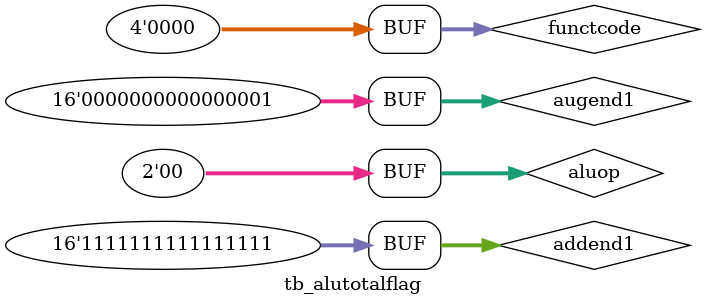
<source format=v>
`include "alucontrol.v"
module alutotalflag(aluout,zero,carry,overflow,sign,addend,augend,aluop,functcode);
input signed[15:0] addend, augend;
input[1:0] aluop;
input[3:0] functcode;
parameter add=3'b000,subtract=3'b001, nanornot=3'b010, neg=3'b100, sar=3'b101, shr=3'b110, shl=3'b111,sal=3'b011;
output signed [15:0] aluout;
reg signed[15:0] aluout;
reg [15:0] one = 16'd1;
reg [16:0] extra;
wire[2:0] alucont;
output  reg zero,carry,overflow,sign;
alucontrol ac1(aluop,functcode,alucont);
always@ (*)
begin
case(alucont)
add:begin 
	aluout<= addend+augend;
	extra<= aluout;
	overflow<=((addend[15]^~augend[15])&(aluout[15]^addend[15]));
	if(extra[16]==1)
	carry<=1;
	else 
	carry<=0;
	end
subtract:begin
		aluout<= addend-augend;
		extra<= aluout;
		overflow<=((addend[15]^~augend[15])&(aluout[15]^addend[15]));
		if(extra[16]==1)
		carry<=1;
		else 
		carry<=0;
		end
nanornot:begin 
		aluout<= ~(addend&augend);
		overflow<=0;
		carry<=0;
		end
neg: begin 
		aluout<= ~addend+one;
		overflow<=((addend[15]^~one[15])&(aluout[15]^addend[15]));
		carry<=0;
		end
sar: begin 
		aluout<= augend >>> addend;
		overflow<=0;
		carry<=0;
		end
shr:begin 
		aluout<= augend>>addend;
		overflow<=0;
		carry<=0;
		end
shl:begin 
		aluout<= augend<<addend;
		overflow<=0;
		carry<=0;
		end
sal:begin 
		aluout<=augend<<<addend;
		overflow<=0;
		carry<=0;
		end
default:aluout<=16'bxxxxxxxxxxxxxxxx;
endcase
//extra<= aluout;
if(aluout == 0)
zero<=1;
else
zero<=0;
if (aluout[15]==1)
sign<=1;
else 
sign<=0;
/*if(extra[16]==1)
carry<=1;
else 
carry<=0;*/
end
endmodule

module tb_alutotalflag();
wire signed[15:0]aluout1;
wire zero,carry,overflow,sign;
reg signed[15:0]addend1,augend1;
reg [1:0] aluop;
reg[3:0] functcode;
alutotalflag uut(aluout1,zero,carry,overflow,sign,addend1,augend1,aluop,functcode);
initial $monitor("t=%3d, aluout1=%b, addend1=%b, augend1=%b,aluop=%b, functcode=%b, zero=%b, sign = %b, carry = %b, overflow=%b",$time,aluout1,addend1,augend1,aluop,functcode,zero,sign, carry, overflow);
initial
begin
//#0000 alucont1 = 3'b101;
#0000 addend1 = 16'b1111111111111111;
#0000 augend1 = 16'b0000000000000001;
#000 functcode=4'b0000;
#000 aluop=2'b00;
end
endmodule
</source>
